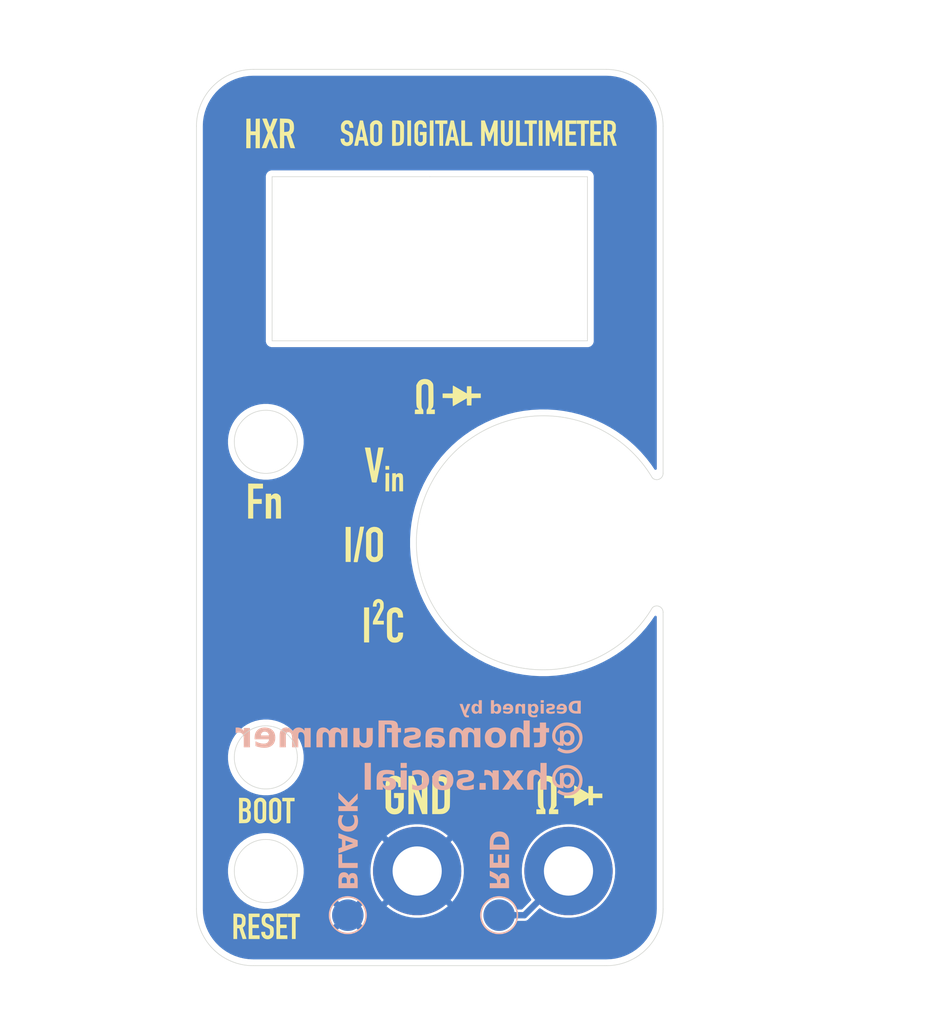
<source format=kicad_pcb>
(kicad_pcb (version 20241030) (generator "pcbnew") (generator_version "8.99")
  (title_block (title "SAO DMM Frontplate") (date "2024-11-19") (rev "1.1") (company "HXR.DK") (comment 1 "CC-BY-SA"))
  (layers (0 "F.Cu" signal) (2 "B.Cu" signal) (13 "F.Paste" user) (15 "B.Paste" user) (5 "F.SilkS" user "F.Silkscreen") (7 "B.SilkS" user "B.Silkscreen") (1 "F.Mask" user) (3 "B.Mask" user) (25 "Edge.Cuts" user))
  (net 0 "")
  (net 1 "GND")
  (net 2 "MEASURE")
  (footprint "MountingHole:MountingHole_4mm_Pad" (layer "F.Cu") (at 99 128)
    (property "Reference" "REF**" (hide yes))
    (property "Value" "MountingHole_4mm_Pad" (hide yes))
    (pad "1" thru_hole circle (at 0 0) (size 7 7) (drill 3.9) (layers "*.Cu" "*.Mask") (net 1 "GND"))
  )
  (footprint "MountingHole:MountingHole_4mm_Pad" (layer "F.Cu") (at 111 128)
    (property "Reference" "REF**" (hide yes))
    (property "Value" "MountingHole_4mm_Pad" (hide yes))
    (pad "1" thru_hole circle (at 0 0) (size 7 7) (drill 3.9) (layers "*.Cu" "*.Mask") (net 2 "MEASURE"))
  )
  (footprint "LOGO" (layer "F.Cu") (at 100 100)
    (property "Reference" "G***" (hide yes))
    (property "Value" "LOGO" (hide yes))
    (fp_poly (pts (xy -2.346944 1.533405) (xy -2.211875 1.59305) (xy -2.105354 1.682438) (xy -2.030414 1.797489) (xy -1.990087 1.934122) (xy -1.983753 2.022108) (xy -2.003163 2.161664) (xy -2.056576 2.28346) (xy -2.13805 2.383856) (xy -2.24164 2.45921) (xy -2.361403 2.505883) (xy -2.491396 2.520232) (xy -2.625675 2.498618) (xy -2.708026 2.465783) (xy -2.823771 2.386811) (xy -2.909907 2.28438) (xy -2.965101 2.165713) (xy -2.988019 2.038036) (xy -2.977331 1.90857) (xy -2.931703 1.784541) (xy -2.853513 1.677001) (xy -2.737437 1.583249) (xy -2.608213 1.528164) (xy -2.470392 1.513035)) (fill solid) (layer "F.Cu"))
    (fp_poly (pts (xy -9.893869 -31.063555) (xy -9.83928 -31.061441) (xy -9.7962 -31.055499) (xy -9.763265 -31.041207) (xy -9.739114 -31.014043) (xy -9.722384 -30.969485) (xy -9.711714 -30.90301) (xy -9.70574 -30.810096) (xy -9.703102 -30.686221) (xy -9.702437 -30.526864) (xy -9.702418 -30.427967) (xy -9.702418 -29.88915) (xy -9.754416 -29.837153) (xy -9.803795 -29.801007) (xy -9.866319 -29.78644) (xy -9.903371 -29.785155) (xy -9.969402 -29.790842) (xy -10.006691 -29.806196) (xy -10.010589 -29.811893) (xy -10.013026 -29.839233) (xy -10.014872 -29.90336) (xy -10.016086 -29.998698) (xy -10.016629 -30.11967) (xy -10.016459 -30.260698) (xy -10.015536 -30.416205) (xy -10.01522 -30.452719) (xy -10.009591 -31.066806)) (fill solid) (layer "F.Cu"))
    (fp_poly (pts (xy 3.43826 -8.425258) (xy 3.550034 -8.369475) (xy 3.645103 -8.287616) (xy 3.717391 -8.182464) (xy 3.76082 -8.0568) (xy 3.770809 -7.954263) (xy 3.753572 -7.811431) (xy 3.700516 -7.688919) (xy 3.637334 -7.608611) (xy 3.524729 -7.518981) (xy 3.395576 -7.463518) (xy 3.25856 -7.444901) (xy 3.149738 -7.458186) (xy 3.031098 -7.507102) (xy 2.923933 -7.588297) (xy 2.841098 -7.691704) (xy 2.832604 -7.706588) (xy 2.796505 -7.785074) (xy 2.77935 -7.8617) (xy 2.775612 -7.946987) (xy 2.790287 -8.087605) (xy 2.835719 -8.204025) (xy 2.915627 -8.30467) (xy 2.945655 -8.332001) (xy 3.063479 -8.408338) (xy 3.188906 -8.447471) (xy 3.315859 -8.452184)) (fill solid) (layer "F.Cu"))
    (fp_poly (pts (xy -0.745192 7.309001) (xy -0.618919 7.383544) (xy -0.526411 7.483487) (xy -0.468354 7.607754) (xy -0.445434 7.75527) (xy -0.445069 7.779261) (xy -0.464618 7.924181) (xy -0.520733 8.050075) (xy -0.610301 8.152773) (xy -0.730209 8.228104) (xy -0.799313 8.253827) (xy -0.899459 8.276936) (xy -0.987146 8.277541) (xy -1.085275 8.255496) (xy -1.096886 8.251934) (xy -1.223209 8.192885) (xy -1.32265 8.101978) (xy -1.388329 7.997431) (xy -1.420018 7.925402) (xy -1.435798 7.863145) (xy -1.439316 7.790872) (xy -1.436997 7.733364) (xy -1.428513 7.643357) (xy -1.411729 7.577933) (xy -1.381301 7.519413) (xy -1.365092 7.495367) (xy -1.266423 7.388348) (xy -1.147686 7.314101) (xy -1.01612 7.274803) (xy -0.878961 7.272629)) (fill solid) (layer "F.Cu"))
    (fp_poly (pts (xy -0.852748 -4.230505) (xy -0.742433 -4.20158) (xy -0.643642 -4.142287) (xy -0.608265 -4.112498) (xy -0.5176 -4.008268) (xy -0.464503 -3.890055) (xy -0.445892 -3.750772) (xy -0.445801 -3.739033) (xy -0.46501 -3.594679) (xy -0.520172 -3.466919) (xy -0.607588 -3.361482) (xy -0.723557 -3.284097) (xy -0.746066 -3.274052) (xy -0.845728 -3.248779) (xy -0.962954 -3.243029) (xy -1.077876 -3.256478) (xy -1.154545 -3.280724) (xy -1.242622 -3.336959) (xy -1.326019 -3.417734) (xy -1.391547 -3.508683) (xy -1.419127 -3.568885) (xy -1.432124 -3.634873) (xy -1.437874 -3.721267) (xy -1.436595 -3.783061) (xy -1.425811 -3.874614) (xy -1.403093 -3.944245) (xy -1.36482 -4.008106) (xy -1.267304 -4.119589) (xy -1.15703 -4.1922) (xy -1.029477 -4.228625) (xy -0.98673 -4.232927)) (fill solid) (layer "F.Cu"))
    (fp_poly (pts (xy -9.726652 -31.602803) (xy -9.493506 -31.602203) (xy -9.400542 -31.601864) (xy -8.018265 -31.596414) (xy -8.012789 -30.42598) (xy -8.007314 -29.255547) (xy -9.244404 -29.255547) (xy -10.481494 -29.255547) (xy -10.648722 -29.748082) (xy -10.81595 -30.240618) (xy -10.746593 -30.323674) (xy -10.680546 -30.414802) (xy -10.679099 -30.417776) (xy -10.253211 -30.417776) (xy -10.253211 -29.546311) (xy -10.001826 -29.556665) (xy -9.887616 -29.562517) (xy -9.805452 -29.570295) (xy -9.745014 -29.581839) (xy -9.695979 -29.598994) (xy -9.657847 -29.618096) (xy -9.561427 -29.69498) (xy -9.512026 -29.764237) (xy -9.496181 -29.793337) (xy -9.483841 -29.820919) (xy -9.474568 -29.852475) (xy -9.467924 -29.893495) (xy -9.46347 -29.949469) (xy -9.460769 -30.025891) (xy -9.459382 -30.12825) (xy -9.458871 -30.262037) (xy -9.458799 -30.431276) (xy -9.458801 -30.434807) (xy -9.215179 -30.434807) (xy -9.214817 -30.248488) (xy -9.213784 -30.075442) (xy -9.212159 -29.92024) (xy -9.210021 -29.787455) (xy -9.20745 -29.681657) (xy -9.204524 -29.607417) (xy -9.201324 -29.569308) (xy -9.200104 -29.565298) (xy -9.171846 -29.557769) (xy -9.11643 -29.555244) (xy -9.078295 -29.556472) (xy -8.971559 -29.562719) (xy -8.960967 -29.838116) (xy -8.955443 -29.957272) (xy -8.948452 -30.043874) (xy -8.938365 -30.107737) (xy -8.92355 -30.158676) (xy -8.902376 -30.206504) (xy -8.898489 -30.214137) (xy -8.867171 -30.270245) (xy -8.842204 -30.306773) (xy -8.832651 -30.314763) (xy -8.821332 -30.295847) (xy -8.79831 -30.243263) (xy -8.766103 -30.163254) (xy -8.727224 -30.062064) (xy -8.685428 -29.949333) (xy -8.642229 -29.832132) (xy -8.603216 -29.728633) (xy -8.570957 -29.645464) (xy -8.548022 -29.589253) (xy -8.537214 -29.566866) (xy -8.509331 -29.558534) (xy -8.453363 -29.555128) (xy -8.405127 -29.556274) (xy -8.287983 -29.562719) (xy -8.488063 -30.080508) (xy -8.688143 -30.598296) (xy -8.527975 -30.93324) (xy -8.476021 -31.042456) (xy -8.431101 -31.13798) (xy -8.396161 -31.213454) (xy -8.374149 -31.262519) (xy -8.367806 -31.278712) (xy -8.386943 -31.284549) (xy -8.436182 -31.288372) (xy -8.48115 -31.289241) (xy -8.594495 -31.289241) (xy -8.772435 -30.898838) (xy -8.950375 -30.508435) (xy -8.956138 -30.898838) (xy -8.961902 -31.289241) (xy -9.08854 -31.289241) (xy -9.215179 -31.289241) (xy -9.215179 -30.434807) (xy -9.458801 -30.434807) (xy -9.458876 -30.601707) (xy -9.4594 -30.735264) (xy -9.460805 -30.837444) (xy -9.463529 -30.913743) (xy -9.468007 -30.969654) (xy -9.474676 -31.010676) (xy -9.483971 -31.042302) (xy -9.496329 -31.070028) (xy -9.511759 -31.098583) (xy -9.560652 -31.170958) (xy -9.619523 -31.223377) (xy -9.69544 -31.258578) (xy -9.795469 -31.279303) (xy -9.926678 -31.288291) (xy -10.003487 -31.289241) (xy -10.253211 -31.289241) (xy -10.253211 -30.417776) (xy -10.679099 -30.417776) (xy -10.633713 -30.511085) (xy -10.603497 -30.621776) (xy -10.5873 -30.756128) (xy -10.582549 -30.907924) (xy -10.586334 -31.071032) (xy -10.600599 -31.20245) (xy -10.627685 -31.312067) (xy -10.669931 -31.409771) (xy -10.721008 -31.493025) (xy -10.756155 -31.546293) (xy -10.778546 -31.584424) (xy -10.782819 -31.595088) (xy -10.76222 -31.597109) (xy -10.702764 -31.598863) (xy -10.607963 -31.600332) (xy -10.481326 -31.601499) (xy -10.326366 -31.602347) (xy -10.146593 -31.602858) (xy -9.945518 -31.603016)) (fill solid) (layer "F.Cu"))
  )
  (footprint "TestPoint:TestPoint_Pad_D2.5mm" (layer "B.Cu") (at 93.5 131.5 180)
    (property "Reference" "REF**" (hide yes))
    (property "Value" "TestPoint_Pad_D2.5mm" (hide yes))
    (pad "1" smd circle (at 0 0 180) (size 2.5 2.5) (layers "B.Cu" "B.Mask") (net 1 "GND"))
  )
  (footprint "TestPoint:TestPoint_Pad_D2.5mm" (layer "B.Cu") (at 105.5 131.5 180)
    (property "Reference" "REF**" (hide yes))
    (property "Value" "TestPoint_Pad_D2.5mm" (hide yes))
    (pad "1" smd circle (at 0 0 180) (size 2.5 2.5) (layers "B.Cu" "B.Mask") (net 2 "MEASURE"))
  )
  (gr_arc (start 89.500001 119) (mid 87.000001 121.500002) (end 84.500001 119.000002) (stroke (width 0.05)) (layer "Edge.Cuts"))
  (gr_arc (start 117.646447 107.146447) (mid 98.937845 102) (end 117.646447 96.853553) (stroke (width 0.05)) (layer "Edge.Cuts"))
  (gr_arc (start 118.5 96.5) (mid 118.191342 96.96194) (end 117.646447 96.853553) (stroke (width 0.05)) (layer "Edge.Cuts"))
  (gr_line (start 87.5 86) (end 87.5 73) (stroke (width 0.05)) (layer "Edge.Cuts"))
  (gr_line (start 112.5 73) (end 112.5 86) (stroke (width 0.05)) (layer "Edge.Cuts"))
  (gr_line (start 118.5 107.5) (end 118.5 131) (stroke (width 0.05)) (layer "Edge.Cuts"))
  (gr_arc (start 84.500001 119) (mid 87.000001 116.5) (end 89.500001 119) (stroke (width 0.05)) (layer "Edge.Cuts"))
  (gr_arc (start 114 64.5) (mid 117.181981 65.818019) (end 118.5 69) (stroke (width 0.05)) (layer "Edge.Cuts"))
  (gr_line (start 86 64.5) (end 114 64.5) (stroke (width 0.05)) (layer "Edge.Cuts"))
  (gr_line (start 114 135.5) (end 86 135.5) (stroke (width 0.05)) (layer "Edge.Cuts"))
  (gr_arc (start 84.5 94) (mid 87 91.5) (end 89.5 94) (stroke (width 0.05)) (layer "Edge.Cuts"))
  (gr_line (start 100 73) (end 112.5 73) (stroke (width 0.05)) (layer "Edge.Cuts"))
  (gr_arc (start 84.5 128) (mid 87 125.5) (end 89.5 128) (stroke (width 0.05)) (layer "Edge.Cuts"))
  (gr_arc (start 117.646447 107.146447) (mid 118.191342 107.038061) (end 118.5 107.5) (stroke (width 0.05)) (layer "Edge.Cuts"))
  (gr_line (start 112.5 86) (end 87.5 86) (stroke (width 0.05)) (layer "Edge.Cuts"))
  (gr_arc (start 118.5 131) (mid 117.181981 134.18198) (end 114 135.5) (stroke (width 0.05)) (layer "Edge.Cuts"))
  (gr_arc (start 89.5 128) (mid 87.000001 130.500001) (end 84.5 128.000002) (stroke (width 0.05)) (layer "Edge.Cuts"))
  (gr_line (start 81.5 131) (end 81.5 69) (stroke (width 0.05)) (layer "Edge.Cuts"))
  (gr_line (start 118.5 96.5) (end 118.5 69) (stroke (width 0.05)) (layer "Edge.Cuts"))
  (gr_arc (start 86 135.5) (mid 82.818018 134.181981) (end 81.5 131) (stroke (width 0.05)) (layer "Edge.Cuts"))
  (gr_arc (start 81.5 69) (mid 82.818019 65.818018) (end 86 64.5) (stroke (width 0.05)) (layer "Edge.Cuts"))
  (gr_arc (start 89.5 94) (mid 87.000001 96.5) (end 84.5 94.000002) (stroke (width 0.05)) (layer "Edge.Cuts"))
  (gr_line (start 87.5 73) (end 100 73) (stroke (width 0.05)) (layer "Edge.Cuts"))
  (gr_text "Designed by" (at 112.1 115.7 0) (layer "B.SilkS") (effects (font (size 1 1) (thickness 0.2) (bold yes)) (justify left bottom mirror)))
  (gr_text "RED" (at 104.5 129.55 270) (layer "B.SilkS") (effects (font (size 1.5 1.5) (thickness 0.2) (bold yes)) (justify left bottom mirror)))
  (gr_text "@thomasflummer\n@hxr.social" (at 112.3 121.9 0) (layer "B.SilkS") (effects (font (size 2 2) (thickness 0.2) (bold yes)) (justify left bottom mirror)))
  (gr_text "BLACK" (at 92.5 129.55 -90) (layer "B.SilkS") (effects (font (size 1.5 1.5) (thickness 0.2) (bold yes)) (justify left bottom mirror)))
  (segment (start 111 128) (end 107.5 131.5) (width 0.5) (layer "B.Cu") (net 2))
  (segment (start 107.5 131.5) (end 105.5 131.5) (width 0.5) (layer "B.Cu") (net 2))
  (zone (net 1) (net_name "GND") (layer "B.Cu") (connect_pads (clearance 0.2)) (min_thickness 0.2) (fill yes (thermal_gap 0.2) (thermal_bridge_width 0.5))
    (polygon (pts (xy 81.5 64.5) (xy 118.5 64.5) (xy 118.5 135.5) (xy 81.5 135.5)))
  )
)
</source>
